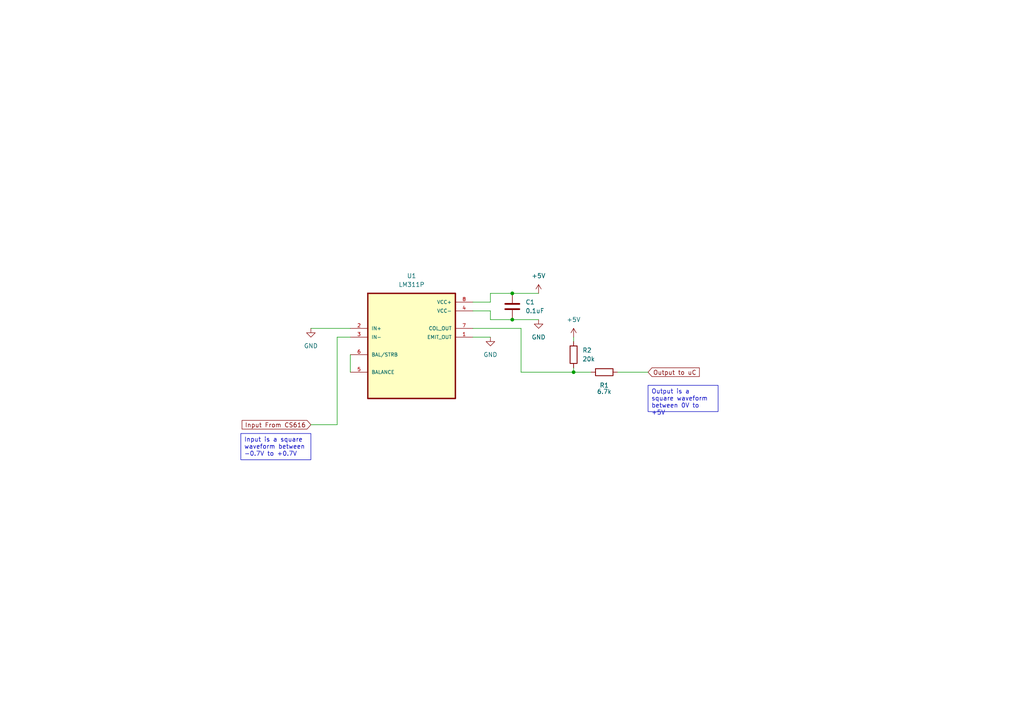
<source format=kicad_sch>
(kicad_sch (version 20230121) (generator eeschema)
  (paper "A4")
  (lib_symbols
    (symbol "Device:C" (pin_numbers hide) (pin_names (offset 0.254))
      (property "Reference" "C" (at 0.635 2.54 0))
      (property "Value" "C" (at 0.635 -2.54 0))
      (symbol "C_0_1"
        (polyline (pts (xy -2.032 -0.762) (xy 2.032 -0.762)) (stroke (width 0.508)))
        (polyline (pts (xy -2.032 0.762) (xy 2.032 0.762)) (stroke (width 0.508)))
      )
      (symbol "C_1_1"
        (pin passive line (at 0 3.81 270) (length 2.794) (name "~") (number "1"))
        (pin passive line (at 0 -3.81 90) (length 2.794) (name "~") (number "2"))
      )
    )
    (symbol "Device:R" (pin_numbers hide) (pin_names (offset 0))
      (property "Reference" "R" (at 2.032 0 90))
      (property "Value" "R" (at 0 0 90))
      (symbol "R_0_1"
        (rectangle (start -1.016 -2.54) (end 1.016 2.54) (stroke (width 0.254)))
      )
      (symbol "R_1_1"
        (pin passive line (at 0 3.81 270) (length 1.27) (name "~") (number "1"))
        (pin passive line (at 0 -3.81 90) (length 1.27) (name "~") (number "2"))
      )
    )
    (symbol "LM311P:LM311P" (pin_names (offset 1.016))
      (property "Reference" "U" (at -12.7 16.24 0))
      (property "Value" "LM311P" (at -12.7 -19.24 0))
      (symbol "LM311P_0_0"
        (rectangle (start -12.7 -15.24) (end 12.7 15.24) (stroke (width 0.41)) (fill (type background)))
        (pin output line (at 17.78 2.54 180) (length 5.08) (name "EMIT_OUT") (number "1"))
        (pin input line (at -17.78 5.08 0) (length 5.08) (name "IN+") (number "2"))
        (pin input line (at -17.78 2.54 0) (length 5.08) (name "IN-") (number "3"))
        (pin power_in line (at 17.78 10.16 180) (length 5.08) (name "VCC-") (number "4"))
        (pin bidirectional line (at -17.78 -7.62 0) (length 5.08) (name "BALANCE") (number "5"))
        (pin bidirectional line (at -17.78 -2.54 0) (length 5.08) (name "BAL/STRB") (number "6"))
        (pin output line (at 17.78 5.08 180) (length 5.08) (name "COL_OUT") (number "7"))
        (pin power_in line (at 17.78 12.7 180) (length 5.08) (name "VCC+") (number "8"))
      )
    )
    (symbol "power:+5V" (power) (pin_names (offset 0))
      (property "Value" "+5V" (at 0 3.556 0))
      (symbol "+5V_0_1"
        (polyline (pts (xy -0.762 1.27) (xy 0 2.54)))
        (polyline (pts (xy 0 0) (xy 0 2.54)))
        (polyline (pts (xy 0 2.54) (xy 0.762 1.27)))
      )
      (symbol "+5V_1_1"
        (pin power_in line (at 0 0 90) (length 0) hide (name "+5V") (number "1"))
      )
    )
    (symbol "power:GND" (power) (pin_names (offset 0))
      (property "Value" "GND" (at 0 -3.81 0))
      (symbol "GND_0_1"
        (polyline (pts (xy 0 0) (xy 0 -1.27) (xy 1.27 -1.27) (xy 0 -2.54) (xy -1.27 -1.27) (xy 0 -1.27)))
      )
      (symbol "GND_1_1"
        (pin power_in line (at 0 0 270) (length 0) hide (name "GND") (number "1"))
      )
    )
  )
  (junction (at 166.37 107.95))
  (junction (at 148.59 92.71))
  (junction (at 148.59 85.09))
  (wire (pts (xy 142.24 92.71) (xy 148.59 92.71)))
  (wire (pts (xy 101.6 102.87) (xy 101.6 107.95)))
  (wire (pts (xy 142.24 87.63) (xy 142.24 85.09)))
  (wire (pts (xy 142.24 85.09) (xy 148.59 85.09)))
  (wire (pts (xy 101.6 97.79) (xy 97.79 97.79)))
  (wire (pts (xy 137.16 90.17) (xy 142.24 90.17)))
  (wire (pts (xy 90.17 95.25) (xy 101.6 95.25)))
  (wire (pts (xy 151.13 95.25) (xy 151.13 107.95)))
  (wire (pts (xy 137.16 95.25) (xy 151.13 95.25)))
  (wire (pts (xy 97.79 97.79) (xy 97.79 123.19)))
  (wire (pts (xy 166.37 107.95) (xy 171.45 107.95)))
  (wire (pts (xy 179.07 107.95) (xy 187.96 107.95)))
  (wire (pts (xy 148.59 85.09) (xy 156.21 85.09)))
  (wire (pts (xy 166.37 97.79) (xy 166.37 99.06)))
  (wire (pts (xy 166.37 106.68) (xy 166.37 107.95)))
  (wire (pts (xy 148.59 92.71) (xy 156.21 92.71)))
  (wire (pts (xy 90.17 123.19) (xy 97.79 123.19)))
  (wire (pts (xy 151.13 107.95) (xy 166.37 107.95)))
  (wire (pts (xy 137.16 97.79) (xy 142.24 97.79)))
  (wire (pts (xy 142.24 90.17) (xy 142.24 92.71)))
  (wire (pts (xy 137.16 87.63) (xy 142.24 87.63)))
  (text_box "Input is a square waveform between -0.7V to +0.7V" (at 69.85 125.73 0) (size 20.32 7.62) (effects (font (size 1.27 1.27)) (justify left top)))
  (text_box "Output is a square waveform between 0V to +5V" (at 187.96 111.76 0) (size 20.32 7.62) (effects (font (size 1.27 1.27)) (justify left top)))
  (global_label "Output to uC" (shape input) (at 187.96 107.95 0) (property "Intersheetrefs" "${INTERSHEET_REFS}" (effects hide)))
  (global_label "Input From CS616" (shape input) (at 90.17 123.19 180) (property "Intersheetrefs" "${INTERSHEET_REFS}" (effects hide)))
  (symbol (lib_id "power:+5V") (at 166.37 97.79 0) (unit 1)
    (property "Reference" "#PWR04" (effects hide))
    (property "Value" "+5V" (at 166.37 92.71 0))
  )
  (symbol (lib_id "Device:C") (at 148.59 88.9 0) (unit 1)
    (property "Reference" "C1" (at 152.4 87.63 0) (effects (justify left)))
    (property "Value" "0.1uF" (at 152.4 90.17 0) (effects (justify left)))
  )
  (symbol (lib_id "power:+5V") (at 156.21 85.09 0) (unit 1)
    (property "Reference" "#PWR01" (effects hide))
    (property "Value" "+5V" (at 156.21 80.01 0))
  )
  (symbol (lib_id "Device:R") (at 175.26 107.95 90) (unit 1)
    (property "Reference" "R1" (at 175.26 111.76 90))
    (property "Value" "6.7k" (at 175.26 114.3 90) (effects (justify top)))
  )
  (symbol (lib_id "power:GND") (at 156.21 92.71 0) (unit 1)
    (property "Reference" "#PWR02" (effects hide))
    (property "Value" "GND" (at 156.21 97.79 0))
  )
  (symbol (lib_id "LM311P:LM311P") (at 119.38 100.33 0) (unit 1)
    (property "Reference" "U1" (at 119.38 80.01 0))
    (property "Value" "LM311P" (at 119.38 82.55 0))
    (property "Footprint" "DIP794W45P254L959H508Q8" (effects hide))
    (property "MF" "Texas Instruments" (effects hide))
    (property "Description" "\nHigh Speed, 30V, Differential Comparator With Strobes\n" (effects hide))
    (property "Package" "PDIP-8 Texas" (effects hide))
    (property "Price" "None" (effects hide))
    (property "SnapEDA_Link" "https://www.snapeda.com/parts/LM311P/Texas+Instruments/view-part/?ref=snap" (effects hide))
    (property "MP" "LM311P" (effects hide))
    (property "Purchase-URL" "https://pricing.snapeda.com/search?q=LM311P&ref=eda" (effects hide))
    (property "Availability" "In Stock" (effects hide))
    (property "Check_prices" "https://www.snapeda.com/parts/LM311P/Texas+Instruments/view-part/?ref=eda" (effects hide))
  )
  (symbol (lib_id "Device:R") (at 166.37 102.87 0) (unit 1)
    (property "Reference" "R2" (at 168.91 101.6 0) (effects (justify left)))
    (property "Value" "20k" (at 168.91 104.14 0) (effects (justify left)))
  )
  (symbol (lib_id "power:GND") (at 90.17 95.25 0) (unit 1)
    (property "Reference" "#PWR03" (effects hide))
    (property "Value" "GND" (at 90.17 100.33 0))
  )
  (symbol (lib_id "power:GND") (at 142.24 97.79 0) (unit 1)
    (property "Reference" "#PWR05" (effects hide))
    (property "Value" "GND" (at 142.24 102.87 0))
  )
)
</source>
